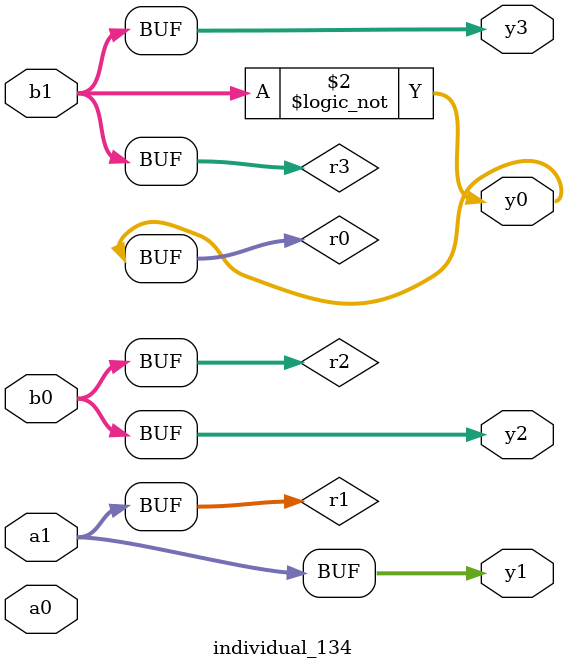
<source format=sv>
module individual_134(input logic [15:0] a1, input logic [15:0] a0, input logic [15:0] b1, input logic [15:0] b0, output logic [15:0] y3, output logic [15:0] y2, output logic [15:0] y1, output logic [15:0] y0);
logic [15:0] r0, r1, r2, r3; 
 always@(*) begin 
	 r0 = a0; r1 = a1; r2 = b0; r3 = b1; 
 	 r0 = ! r3 ;
 	 y3 = r3; y2 = r2; y1 = r1; y0 = r0; 
end
endmodule
</source>
